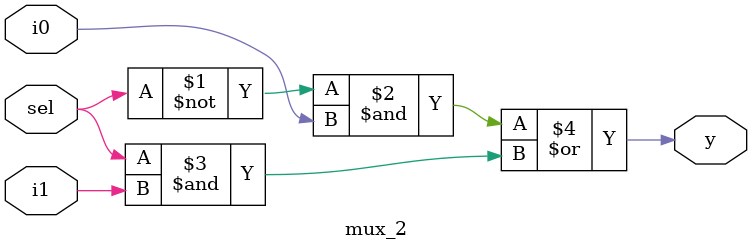
<source format=v>
module mux_2(i0,i1,sel,y);
  input i0, i1;
  input sel;
  output reg y;
  
  assign y=(~sel) & i0 | sel & i1;
  
endmodule

</source>
